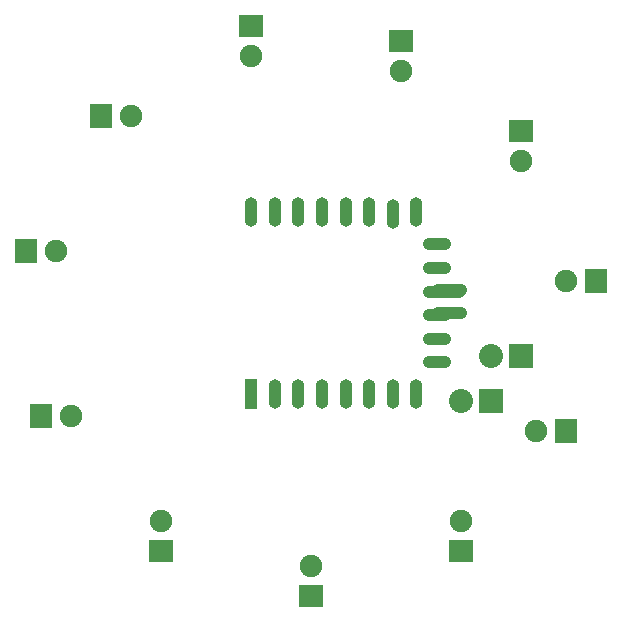
<source format=gbr>
G04 #@! TF.FileFunction,Copper,L1,Top,Signal*
%FSLAX46Y46*%
G04 Gerber Fmt 4.6, Leading zero omitted, Abs format (unit mm)*
G04 Created by KiCad (PCBNEW 4.0.2+dfsg1-stable) date Fri 13 Jan 2017 03:15:25 PM EST*
%MOMM*%
G01*
G04 APERTURE LIST*
%ADD10C,0.100000*%
%ADD11R,2.000000X1.900000*%
%ADD12C,1.900000*%
%ADD13R,1.900000X2.000000*%
%ADD14R,1.100000X2.500000*%
%ADD15O,1.100000X2.500000*%
%ADD16O,2.400000X1.100000*%
%ADD17R,2.032000X2.032000*%
%ADD18O,2.032000X2.032000*%
%ADD19C,0.600000*%
%ADD20C,1.000000*%
G04 APERTURE END LIST*
D10*
D11*
X30590000Y-63110000D03*
D12*
X30590000Y-60570000D03*
D11*
X43290000Y-66920000D03*
D12*
X43290000Y-64380000D03*
D11*
X55990000Y-63110000D03*
D12*
X55990000Y-60570000D03*
D13*
X64880000Y-52950000D03*
D12*
X62340000Y-52950000D03*
D13*
X67420000Y-40250000D03*
D12*
X64880000Y-40250000D03*
D11*
X61070000Y-27550000D03*
D12*
X61070000Y-30090000D03*
D13*
X20430000Y-51680000D03*
D12*
X22970000Y-51680000D03*
D13*
X19160000Y-37710000D03*
D12*
X21700000Y-37710000D03*
D13*
X25510000Y-26280000D03*
D12*
X28050000Y-26280000D03*
D11*
X38210000Y-18660000D03*
D12*
X38210000Y-21200000D03*
D11*
X50910000Y-19930000D03*
D12*
X50910000Y-22470000D03*
D14*
X38210000Y-49840000D03*
D15*
X40210000Y-49840000D03*
X42210000Y-49840000D03*
X44210000Y-49840000D03*
X46210000Y-49840000D03*
X48210000Y-49840000D03*
X50210000Y-49840000D03*
X52210000Y-49840000D03*
X52210000Y-34440000D03*
X50210000Y-34540000D03*
X48210000Y-34440000D03*
X46210000Y-34440000D03*
X44210000Y-34440000D03*
X42210000Y-34440000D03*
X40210000Y-34440000D03*
X38210000Y-34440000D03*
D16*
X53960000Y-47150000D03*
X53960000Y-45150000D03*
X53960000Y-43150000D03*
X53960000Y-41150000D03*
X53960000Y-39150000D03*
X53960000Y-37150000D03*
D17*
X58530000Y-50410000D03*
D18*
X55990000Y-50410000D03*
D17*
X61070000Y-46600000D03*
D18*
X58530000Y-46600000D03*
D19*
X56000000Y-43000000D03*
X56000000Y-41000000D03*
D20*
X56000000Y-43000000D02*
X56000000Y-43000000D01*
X54000000Y-43000000D02*
X56000000Y-43000000D01*
X53960000Y-43150000D02*
X54000000Y-43000000D01*
X56000000Y-41000000D02*
X55850000Y-41150000D01*
X55850000Y-41150000D02*
X53960000Y-41150000D01*
X54000000Y-41000000D02*
X53960000Y-41150000D01*
X56000000Y-41000000D02*
X54000000Y-41000000D01*
X61070000Y-30090000D02*
X61000000Y-30000000D01*
M02*

</source>
